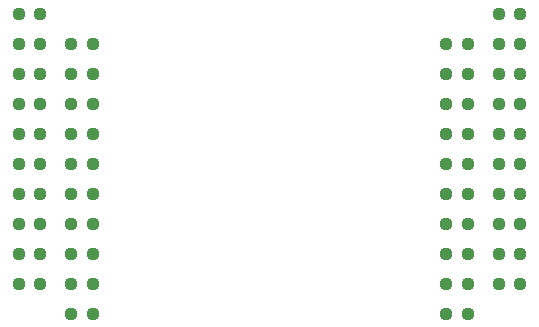
<source format=gbr>
%TF.GenerationSoftware,KiCad,Pcbnew,(6.0.6-0)*%
%TF.CreationDate,2022-10-25T05:48:03+09:00*%
%TF.ProjectId,PicoPi-1,5069636f-5069-42d3-912e-6b696361645f,rev?*%
%TF.SameCoordinates,Original*%
%TF.FileFunction,Paste,Top*%
%TF.FilePolarity,Positive*%
%FSLAX46Y46*%
G04 Gerber Fmt 4.6, Leading zero omitted, Abs format (unit mm)*
G04 Created by KiCad (PCBNEW (6.0.6-0)) date 2022-10-25 05:48:03*
%MOMM*%
%LPD*%
G01*
G04 APERTURE LIST*
G04 Aperture macros list*
%AMRoundRect*
0 Rectangle with rounded corners*
0 $1 Rounding radius*
0 $2 $3 $4 $5 $6 $7 $8 $9 X,Y pos of 4 corners*
0 Add a 4 corners polygon primitive as box body*
4,1,4,$2,$3,$4,$5,$6,$7,$8,$9,$2,$3,0*
0 Add four circle primitives for the rounded corners*
1,1,$1+$1,$2,$3*
1,1,$1+$1,$4,$5*
1,1,$1+$1,$6,$7*
1,1,$1+$1,$8,$9*
0 Add four rect primitives between the rounded corners*
20,1,$1+$1,$2,$3,$4,$5,0*
20,1,$1+$1,$4,$5,$6,$7,0*
20,1,$1+$1,$6,$7,$8,$9,0*
20,1,$1+$1,$8,$9,$2,$3,0*%
G04 Aperture macros list end*
%ADD10RoundRect,0.237500X-0.250000X-0.237500X0.250000X-0.237500X0.250000X0.237500X-0.250000X0.237500X0*%
%ADD11RoundRect,0.237500X0.250000X0.237500X-0.250000X0.237500X-0.250000X-0.237500X0.250000X-0.237500X0*%
G04 APERTURE END LIST*
D10*
%TO.C,R29*%
X148947500Y-163830000D03*
X150772500Y-163830000D03*
%TD*%
D11*
%TO.C,R7*%
X119022500Y-151130000D03*
X117197500Y-151130000D03*
%TD*%
D10*
%TO.C,R22*%
X148947500Y-146050000D03*
X150772500Y-146050000D03*
%TD*%
%TO.C,R39*%
X153392500Y-161290000D03*
X155217500Y-161290000D03*
%TD*%
%TO.C,R28*%
X148947500Y-161290000D03*
X150772500Y-161290000D03*
%TD*%
%TO.C,R23*%
X148947500Y-148590000D03*
X150772500Y-148590000D03*
%TD*%
%TO.C,R16*%
X112752500Y-151130000D03*
X114577500Y-151130000D03*
%TD*%
D11*
%TO.C,R3*%
X119022500Y-161290000D03*
X117197500Y-161290000D03*
%TD*%
D10*
%TO.C,R25*%
X148947500Y-153670000D03*
X150772500Y-153670000D03*
%TD*%
%TO.C,R40*%
X153392500Y-163830000D03*
X155217500Y-163830000D03*
%TD*%
%TO.C,R18*%
X112752500Y-146050000D03*
X114577500Y-146050000D03*
%TD*%
%TO.C,R14*%
X112752500Y-156210000D03*
X114577500Y-156210000D03*
%TD*%
%TO.C,R31*%
X153392500Y-140970000D03*
X155217500Y-140970000D03*
%TD*%
%TO.C,R19*%
X112752500Y-143510000D03*
X114577500Y-143510000D03*
%TD*%
%TO.C,R11*%
X112752500Y-163830000D03*
X114577500Y-163830000D03*
%TD*%
%TO.C,R33*%
X153392500Y-146050000D03*
X155217500Y-146050000D03*
%TD*%
D11*
%TO.C,R10*%
X119022500Y-143510000D03*
X117197500Y-143510000D03*
%TD*%
D10*
%TO.C,R13*%
X112752500Y-158750000D03*
X114577500Y-158750000D03*
%TD*%
%TO.C,R15*%
X112752500Y-153670000D03*
X114577500Y-153670000D03*
%TD*%
%TO.C,R21*%
X150772500Y-143510000D03*
X148947500Y-143510000D03*
%TD*%
%TO.C,R26*%
X148947500Y-156210000D03*
X150772500Y-156210000D03*
%TD*%
%TO.C,R38*%
X153392500Y-158750000D03*
X155217500Y-158750000D03*
%TD*%
D11*
%TO.C,R5*%
X119022500Y-156210000D03*
X117197500Y-156210000D03*
%TD*%
%TO.C,R4*%
X119022500Y-158750000D03*
X117197500Y-158750000D03*
%TD*%
D10*
%TO.C,R32*%
X153392500Y-143510000D03*
X155217500Y-143510000D03*
%TD*%
%TO.C,R27*%
X148947500Y-158750000D03*
X150772500Y-158750000D03*
%TD*%
%TO.C,R20*%
X112752500Y-140970000D03*
X114577500Y-140970000D03*
%TD*%
%TO.C,R35*%
X153392500Y-151130000D03*
X155217500Y-151130000D03*
%TD*%
%TO.C,R24*%
X148947500Y-151130000D03*
X150772500Y-151130000D03*
%TD*%
D11*
%TO.C,R6*%
X119022500Y-153670000D03*
X117197500Y-153670000D03*
%TD*%
%TO.C,R1*%
X119022500Y-166370000D03*
X117197500Y-166370000D03*
%TD*%
D10*
%TO.C,R17*%
X112752500Y-148590000D03*
X114577500Y-148590000D03*
%TD*%
D11*
%TO.C,R9*%
X119022500Y-146050000D03*
X117197500Y-146050000D03*
%TD*%
%TO.C,R2*%
X117197500Y-163830000D03*
X119022500Y-163830000D03*
%TD*%
%TO.C,R8*%
X119022500Y-148590000D03*
X117197500Y-148590000D03*
%TD*%
D10*
%TO.C,R34*%
X153392500Y-148590000D03*
X155217500Y-148590000D03*
%TD*%
%TO.C,R37*%
X153392500Y-156210000D03*
X155217500Y-156210000D03*
%TD*%
%TO.C,R30*%
X148947500Y-166370000D03*
X150772500Y-166370000D03*
%TD*%
%TO.C,R12*%
X112752500Y-161290000D03*
X114577500Y-161290000D03*
%TD*%
%TO.C,R36*%
X153392500Y-153670000D03*
X155217500Y-153670000D03*
%TD*%
M02*

</source>
